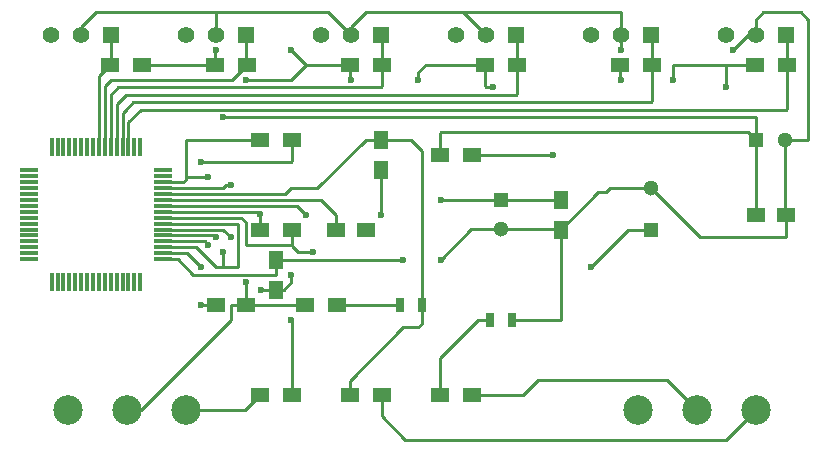
<source format=gtl>
G04 #@! TF.FileFunction,Copper,L1,Top,Signal*
%FSLAX46Y46*%
G04 Gerber Fmt 4.6, Leading zero omitted, Abs format (unit mm)*
G04 Created by KiCad (PCBNEW 4.0.2-stable) date 2016年05月15日日曜日 13:14:42*
%MOMM*%
G01*
G04 APERTURE LIST*
%ADD10C,0.100000*%
%ADD11C,1.300000*%
%ADD12R,1.300000X1.300000*%
%ADD13R,0.700000X1.300000*%
%ADD14R,1.500000X1.300000*%
%ADD15R,0.300000X1.500000*%
%ADD16R,1.500000X0.300000*%
%ADD17R,1.397000X1.397000*%
%ADD18C,1.397000*%
%ADD19R,1.250000X1.500000*%
%ADD20C,2.499360*%
%ADD21R,1.500000X1.250000*%
%ADD22C,0.600000*%
%ADD23C,0.250000*%
G04 APERTURE END LIST*
D10*
D11*
X199390000Y-110450000D03*
D12*
X199390000Y-107950000D03*
D11*
X212090000Y-106990000D03*
D12*
X212090000Y-110490000D03*
D11*
X223480000Y-102870000D03*
D12*
X220980000Y-102870000D03*
D13*
X198440000Y-118110000D03*
X200340000Y-118110000D03*
X190820000Y-116840000D03*
X192720000Y-116840000D03*
D14*
X168990000Y-96520000D03*
X166290000Y-96520000D03*
X175180000Y-96520000D03*
X177880000Y-96520000D03*
X186610000Y-96520000D03*
X189310000Y-96520000D03*
X198040000Y-96520000D03*
X200740000Y-96520000D03*
X209470000Y-96520000D03*
X212170000Y-96520000D03*
X220900000Y-96520000D03*
X223600000Y-96520000D03*
X181690000Y-110490000D03*
X178990000Y-110490000D03*
X196930000Y-104140000D03*
X194230000Y-104140000D03*
X178990000Y-124460000D03*
X181690000Y-124460000D03*
X196930000Y-124460000D03*
X194230000Y-124460000D03*
X182800000Y-116840000D03*
X185500000Y-116840000D03*
X178990000Y-102870000D03*
X181690000Y-102870000D03*
X189310000Y-124460000D03*
X186610000Y-124460000D03*
D15*
X161350000Y-114920000D03*
X161850000Y-114920000D03*
X162350000Y-114920000D03*
X162850000Y-114920000D03*
X163350000Y-114920000D03*
X163850000Y-114920000D03*
X164350000Y-114920000D03*
X164850000Y-114920000D03*
X165350000Y-114920000D03*
X165850000Y-114920000D03*
X166350000Y-114920000D03*
X166850000Y-114920000D03*
X167350000Y-114920000D03*
X167850000Y-114920000D03*
X168350000Y-114920000D03*
X168850000Y-114920000D03*
D16*
X170800000Y-112970000D03*
X170800000Y-112470000D03*
X170800000Y-111970000D03*
X170800000Y-111470000D03*
X170800000Y-110970000D03*
X170800000Y-110470000D03*
X170800000Y-109970000D03*
X170800000Y-109470000D03*
X170800000Y-108970000D03*
X170800000Y-108470000D03*
X170800000Y-107970000D03*
X170800000Y-107470000D03*
X170800000Y-106970000D03*
X170800000Y-106470000D03*
X170800000Y-105970000D03*
X170800000Y-105470000D03*
D15*
X168850000Y-103520000D03*
X168350000Y-103520000D03*
X167850000Y-103520000D03*
X167350000Y-103520000D03*
X166850000Y-103520000D03*
X166350000Y-103520000D03*
X165850000Y-103520000D03*
X165350000Y-103520000D03*
X164850000Y-103520000D03*
X164350000Y-103520000D03*
X163850000Y-103520000D03*
X163350000Y-103520000D03*
X162850000Y-103520000D03*
X162350000Y-103520000D03*
X161850000Y-103520000D03*
X161350000Y-103520000D03*
D16*
X159400000Y-105470000D03*
X159400000Y-105970000D03*
X159400000Y-106470000D03*
X159400000Y-106970000D03*
X159400000Y-107470000D03*
X159400000Y-107970000D03*
X159400000Y-108470000D03*
X159400000Y-108970000D03*
X159400000Y-109470000D03*
X159400000Y-109970000D03*
X159400000Y-110470000D03*
X159400000Y-110970000D03*
X159400000Y-111470000D03*
X159400000Y-111970000D03*
X159400000Y-112470000D03*
X159400000Y-112970000D03*
D17*
X223520000Y-93980000D03*
D18*
X220980000Y-93980000D03*
X218440000Y-93980000D03*
D17*
X212090000Y-93980000D03*
D18*
X209550000Y-93980000D03*
X207010000Y-93980000D03*
D17*
X200660000Y-93980000D03*
D18*
X198120000Y-93980000D03*
X195580000Y-93980000D03*
D17*
X189230000Y-93980000D03*
D18*
X186690000Y-93980000D03*
X184150000Y-93980000D03*
D17*
X177800000Y-93980000D03*
D18*
X175260000Y-93980000D03*
X172720000Y-93980000D03*
D17*
X166370000Y-93980000D03*
D18*
X163830000Y-93980000D03*
X161290000Y-93980000D03*
D19*
X180340000Y-115550000D03*
X180340000Y-113050000D03*
D20*
X215978740Y-125730000D03*
X210977480Y-125730000D03*
X220980000Y-125730000D03*
X167718740Y-125730000D03*
X162717480Y-125730000D03*
X172720000Y-125730000D03*
D21*
X185440000Y-110490000D03*
X187940000Y-110490000D03*
X177780000Y-116840000D03*
X175280000Y-116840000D03*
D19*
X189230000Y-105390000D03*
X189230000Y-102890000D03*
D21*
X221000000Y-109220000D03*
X223500000Y-109220000D03*
D19*
X204470000Y-107970000D03*
X204470000Y-110470000D03*
D22*
X183515000Y-112395000D03*
X194310000Y-107950000D03*
X219075000Y-95250000D03*
X209550000Y-95250000D03*
X191135000Y-113030000D03*
X194310000Y-113030000D03*
X181610000Y-114300000D03*
X207010000Y-113665000D03*
X179070000Y-115570000D03*
X175895000Y-112395000D03*
X175895000Y-100965000D03*
X175260000Y-111125000D03*
X176530000Y-106680000D03*
X177800000Y-114935000D03*
X176530000Y-111125000D03*
X173990000Y-116840000D03*
X181610000Y-118110000D03*
X174625000Y-106045000D03*
X174625000Y-111760000D03*
X189230000Y-109220000D03*
X182880000Y-109220000D03*
X175260000Y-95250000D03*
X181610000Y-95250000D03*
X209550000Y-97790000D03*
X213995000Y-97790000D03*
X186690000Y-97790000D03*
X192405000Y-97790000D03*
X218440000Y-98425000D03*
X178990000Y-109140000D03*
X177800000Y-97790000D03*
X198755000Y-98425000D03*
X203835000Y-104140000D03*
X173990000Y-104775000D03*
X173990000Y-113665000D03*
D23*
X199390000Y-107950000D02*
X194310000Y-107950000D01*
X181690000Y-111840000D02*
X181690000Y-110490000D01*
X182245000Y-112395000D02*
X181690000Y-111840000D01*
X183515000Y-112395000D02*
X182245000Y-112395000D01*
X199390000Y-107950000D02*
X204450000Y-107950000D01*
X204450000Y-107950000D02*
X204470000Y-107970000D01*
X170800000Y-109470000D02*
X177415000Y-109470000D01*
X177415000Y-109470000D02*
X177800000Y-109855000D01*
X177800000Y-109855000D02*
X177800000Y-111760000D01*
X177800000Y-111760000D02*
X181610000Y-111760000D01*
X181610000Y-111760000D02*
X181690000Y-111680000D01*
X181690000Y-111680000D02*
X181690000Y-110490000D01*
X209550000Y-92075000D02*
X209550000Y-93980000D01*
X196215000Y-92075000D02*
X209550000Y-92075000D01*
X175260000Y-92075000D02*
X165100000Y-92075000D01*
X165100000Y-92075000D02*
X163830000Y-93345000D01*
X163830000Y-93345000D02*
X163830000Y-93980000D01*
X186690000Y-93980000D02*
X184785000Y-92075000D01*
X175260000Y-92075000D02*
X175260000Y-93980000D01*
X184785000Y-92075000D02*
X175260000Y-92075000D01*
X186690000Y-93980000D02*
X186690000Y-93345000D01*
X186690000Y-93345000D02*
X187960000Y-92075000D01*
X187960000Y-92075000D02*
X196215000Y-92075000D01*
X196215000Y-92075000D02*
X198120000Y-93980000D01*
X220980000Y-93980000D02*
X220345000Y-93980000D01*
X220345000Y-93980000D02*
X219075000Y-95250000D01*
X209550000Y-95250000D02*
X209550000Y-93980000D01*
X220980000Y-93980000D02*
X220980000Y-92710000D01*
X225425000Y-102870000D02*
X223480000Y-102870000D01*
X225425000Y-92710000D02*
X225425000Y-102870000D01*
X224790000Y-92075000D02*
X225425000Y-92710000D01*
X221615000Y-92075000D02*
X224790000Y-92075000D01*
X220980000Y-92710000D02*
X221615000Y-92075000D01*
X170800000Y-112970000D02*
X172025000Y-112970000D01*
X180340000Y-114300000D02*
X180340000Y-113050000D01*
X173355000Y-114300000D02*
X180340000Y-114300000D01*
X172025000Y-112970000D02*
X173355000Y-114300000D01*
X199390000Y-110450000D02*
X196890000Y-110450000D01*
X191115000Y-113050000D02*
X180340000Y-113050000D01*
X191135000Y-113030000D02*
X191115000Y-113050000D01*
X196890000Y-110450000D02*
X194310000Y-113030000D01*
X199390000Y-110450000D02*
X204450000Y-110450000D01*
X204450000Y-110450000D02*
X204470000Y-110470000D01*
X204470000Y-110470000D02*
X204470000Y-114300000D01*
X204470000Y-118110000D02*
X200340000Y-118110000D01*
X204470000Y-114300000D02*
X204470000Y-118110000D01*
X212090000Y-106990000D02*
X208605000Y-106990000D01*
X207625000Y-107315000D02*
X204470000Y-110470000D01*
X208280000Y-107315000D02*
X207625000Y-107315000D01*
X208605000Y-106990000D02*
X208280000Y-107315000D01*
X223500000Y-109220000D02*
X223500000Y-111105000D01*
X216225000Y-111125000D02*
X212090000Y-106990000D01*
X223480000Y-111125000D02*
X216225000Y-111125000D01*
X223500000Y-111105000D02*
X223480000Y-111125000D01*
X223480000Y-102870000D02*
X223480000Y-109200000D01*
X223480000Y-109200000D02*
X223500000Y-109220000D01*
X212090000Y-110490000D02*
X210185000Y-110490000D01*
X180995000Y-115550000D02*
X180340000Y-115550000D01*
X181610000Y-114935000D02*
X180995000Y-115550000D01*
X181610000Y-114300000D02*
X181610000Y-114935000D01*
X210185000Y-110490000D02*
X207010000Y-113665000D01*
X170800000Y-111970000D02*
X173565000Y-111970000D01*
X175260000Y-113665000D02*
X177165000Y-113665000D01*
X173565000Y-111970000D02*
X175260000Y-113665000D01*
X170800000Y-109970000D02*
X177115002Y-109970000D01*
X175895000Y-113665000D02*
X175895000Y-112395000D01*
X177165000Y-113665000D02*
X175895000Y-113665000D01*
X177165000Y-110019998D02*
X177165000Y-113665000D01*
X177115002Y-109970000D02*
X177165000Y-110019998D01*
X179090000Y-115550000D02*
X180340000Y-115550000D01*
X179070000Y-115570000D02*
X179090000Y-115550000D01*
X220980000Y-102870000D02*
X220980000Y-109200000D01*
X220980000Y-109200000D02*
X221000000Y-109220000D01*
X194230000Y-104140000D02*
X194230000Y-102315000D01*
X194310000Y-102235000D02*
X220345000Y-102235000D01*
X194230000Y-102315000D02*
X194310000Y-102235000D01*
X220345000Y-102235000D02*
X220980000Y-102870000D01*
X170800000Y-110970000D02*
X175105000Y-110970000D01*
X220980000Y-100965000D02*
X220980000Y-102870000D01*
X175895000Y-100965000D02*
X220980000Y-100965000D01*
X175105000Y-110970000D02*
X175260000Y-111125000D01*
X177780000Y-116840000D02*
X182800000Y-116840000D01*
X170800000Y-106970000D02*
X175845002Y-106970000D01*
X176135002Y-106680000D02*
X176530000Y-106680000D01*
X175845002Y-106970000D02*
X176135002Y-106680000D01*
X170800000Y-110470000D02*
X175875000Y-110470000D01*
X177780000Y-114955000D02*
X177780000Y-116840000D01*
X177800000Y-114935000D02*
X177780000Y-114955000D01*
X175875000Y-110470000D02*
X176530000Y-111125000D01*
X176510000Y-116840000D02*
X176510000Y-118130000D01*
X176510000Y-116840000D02*
X182800000Y-116840000D01*
X176510000Y-118130000D02*
X168910000Y-125730000D01*
X168910000Y-125730000D02*
X167718740Y-125730000D01*
X171450000Y-110490000D02*
X170800000Y-110470000D01*
X175280000Y-116840000D02*
X173990000Y-116840000D01*
X181690000Y-118190000D02*
X181690000Y-124460000D01*
X181610000Y-118110000D02*
X181690000Y-118190000D01*
X170800000Y-111470000D02*
X174335000Y-111470000D01*
X174625000Y-106045000D02*
X172720000Y-106045000D01*
X174335000Y-111470000D02*
X174625000Y-111760000D01*
X170800000Y-106470000D02*
X172510000Y-106470000D01*
X172720000Y-102870000D02*
X178990000Y-102870000D01*
X172720000Y-106260000D02*
X172720000Y-106045000D01*
X172720000Y-106045000D02*
X172720000Y-102870000D01*
X172510000Y-106470000D02*
X172720000Y-106260000D01*
X170800000Y-108470000D02*
X182130000Y-108470000D01*
X189230000Y-109220000D02*
X189230000Y-105390000D01*
X182130000Y-108470000D02*
X182880000Y-109220000D01*
X186610000Y-124460000D02*
X186610000Y-123270000D01*
X192720000Y-118430000D02*
X192720000Y-116840000D01*
X192405000Y-118745000D02*
X192720000Y-118430000D01*
X191135000Y-118745000D02*
X192405000Y-118745000D01*
X186610000Y-123270000D02*
X191135000Y-118745000D01*
X189230000Y-102890000D02*
X191750000Y-102890000D01*
X192720000Y-103860000D02*
X192720000Y-116840000D01*
X191750000Y-102890000D02*
X192720000Y-103860000D01*
X170800000Y-107470000D02*
X181130000Y-107470000D01*
X187960000Y-102870000D02*
X189210000Y-102870000D01*
X183840000Y-106990000D02*
X187960000Y-102870000D01*
X181610000Y-106990000D02*
X183840000Y-106990000D01*
X181130000Y-107470000D02*
X181610000Y-106990000D01*
X189210000Y-102870000D02*
X189230000Y-102890000D01*
X170800000Y-107970000D02*
X184170000Y-107970000D01*
X185440000Y-109240000D02*
X185440000Y-110490000D01*
X184170000Y-107970000D02*
X185440000Y-109240000D01*
X194230000Y-124460000D02*
X194230000Y-121365000D01*
X197485000Y-118110000D02*
X198440000Y-118110000D01*
X194230000Y-121365000D02*
X197485000Y-118110000D01*
X185500000Y-116840000D02*
X190820000Y-116840000D01*
X186610000Y-96520000D02*
X182880000Y-96520000D01*
X182880000Y-96520000D02*
X181610000Y-95250000D01*
X175180000Y-95330000D02*
X175180000Y-96520000D01*
X175260000Y-95250000D02*
X175180000Y-95330000D01*
X220900000Y-96520000D02*
X213995000Y-96520000D01*
X209470000Y-97710000D02*
X209470000Y-96520000D01*
X209550000Y-97790000D02*
X209470000Y-97710000D01*
X213995000Y-96520000D02*
X213995000Y-97790000D01*
X198040000Y-96520000D02*
X193040000Y-96520000D01*
X186610000Y-97710000D02*
X186610000Y-96520000D01*
X186690000Y-97790000D02*
X186610000Y-97710000D01*
X192405000Y-97155000D02*
X192405000Y-97790000D01*
X193040000Y-96520000D02*
X192405000Y-97155000D01*
X218440000Y-96520000D02*
X218440000Y-98425000D01*
X220900000Y-96520000D02*
X218440000Y-96520000D01*
X178990000Y-109220000D02*
X178990000Y-109140000D01*
X181610000Y-97790000D02*
X182880000Y-96520000D01*
X177800000Y-97790000D02*
X181610000Y-97790000D01*
X168990000Y-96520000D02*
X175180000Y-96520000D01*
X196930000Y-104140000D02*
X200025000Y-104140000D01*
X198040000Y-98345000D02*
X198040000Y-96520000D01*
X198120000Y-98425000D02*
X198040000Y-98345000D01*
X198755000Y-98425000D02*
X198120000Y-98425000D01*
X200025000Y-104140000D02*
X203835000Y-104140000D01*
X170800000Y-108970000D02*
X178820000Y-108970000D01*
X178990000Y-109220000D02*
X178990000Y-110490000D01*
X178820000Y-108970000D02*
X178990000Y-109140000D01*
X165350000Y-103520000D02*
X165350000Y-97460000D01*
X165350000Y-97460000D02*
X166370000Y-96440000D01*
X166370000Y-96440000D02*
X166370000Y-93980000D01*
X177800000Y-93980000D02*
X177800000Y-96440000D01*
X177800000Y-96440000D02*
X177880000Y-96520000D01*
X165850000Y-103520000D02*
X165850000Y-98310000D01*
X176610000Y-97790000D02*
X177880000Y-96520000D01*
X166370000Y-97790000D02*
X176610000Y-97790000D01*
X165850000Y-98310000D02*
X166370000Y-97790000D01*
X189310000Y-96520000D02*
X189310000Y-94060000D01*
X189310000Y-94060000D02*
X189230000Y-93980000D01*
X166350000Y-103520000D02*
X166350000Y-99080000D01*
X189310000Y-98345000D02*
X189310000Y-94060000D01*
X189230000Y-98425000D02*
X189310000Y-98345000D01*
X167005000Y-98425000D02*
X189230000Y-98425000D01*
X166350000Y-99080000D02*
X167005000Y-98425000D01*
X189310000Y-94060000D02*
X189230000Y-93980000D01*
X200740000Y-96520000D02*
X200740000Y-94060000D01*
X200740000Y-94060000D02*
X200660000Y-93980000D01*
X166850000Y-103520000D02*
X166850000Y-99850000D01*
X200740000Y-98980000D02*
X200740000Y-94060000D01*
X200660000Y-99060000D02*
X200740000Y-98980000D01*
X167640000Y-99060000D02*
X200660000Y-99060000D01*
X166850000Y-99850000D02*
X167640000Y-99060000D01*
X200740000Y-94060000D02*
X200660000Y-93980000D01*
X200740000Y-94060000D02*
X200660000Y-93980000D01*
X212170000Y-96520000D02*
X212170000Y-94060000D01*
X212170000Y-94060000D02*
X212090000Y-93980000D01*
X167350000Y-103520000D02*
X167350000Y-100620000D01*
X212170000Y-99615000D02*
X212170000Y-94060000D01*
X212090000Y-99695000D02*
X212170000Y-99615000D01*
X168275000Y-99695000D02*
X212090000Y-99695000D01*
X167640000Y-100330000D02*
X168275000Y-99695000D01*
X167350000Y-100620000D02*
X167640000Y-100330000D01*
X212170000Y-94060000D02*
X212090000Y-93980000D01*
X223600000Y-96520000D02*
X223600000Y-94060000D01*
X223600000Y-94060000D02*
X223520000Y-93980000D01*
X167850000Y-103520000D02*
X167850000Y-101390000D01*
X223600000Y-100250000D02*
X223600000Y-94060000D01*
X223520000Y-100330000D02*
X223600000Y-100250000D01*
X168910000Y-100330000D02*
X223520000Y-100330000D01*
X167850000Y-101390000D02*
X168910000Y-100330000D01*
X223600000Y-94060000D02*
X223520000Y-93980000D01*
X172720000Y-125730000D02*
X177720000Y-125730000D01*
X177720000Y-125730000D02*
X178990000Y-124460000D01*
X189310000Y-124460000D02*
X189310000Y-126285000D01*
X218440000Y-128270000D02*
X220980000Y-125730000D01*
X191295000Y-128270000D02*
X218440000Y-128270000D01*
X189310000Y-126285000D02*
X191295000Y-128270000D01*
X196930000Y-124460000D02*
X201295000Y-124460000D01*
X213438740Y-123190000D02*
X215978740Y-125730000D01*
X202565000Y-123190000D02*
X213438740Y-123190000D01*
X201295000Y-124460000D02*
X202565000Y-123190000D01*
X170800000Y-112470000D02*
X172795000Y-112470000D01*
X181690000Y-104695000D02*
X181690000Y-102870000D01*
X181610000Y-104775000D02*
X181690000Y-104695000D01*
X173990000Y-104775000D02*
X181610000Y-104775000D01*
X172795000Y-112470000D02*
X173990000Y-113665000D01*
M02*

</source>
